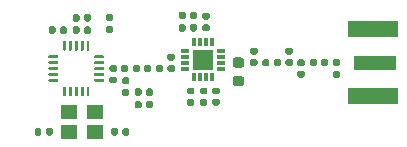
<source format=gbr>
%TF.GenerationSoftware,KiCad,Pcbnew,(5.1.6)-1*%
%TF.CreationDate,2020-08-23T21:25:53+02:00*%
%TF.ProjectId,nRF24module,6e524632-346d-46f6-9475-6c652e6b6963,1*%
%TF.SameCoordinates,Original*%
%TF.FileFunction,Paste,Top*%
%TF.FilePolarity,Positive*%
%FSLAX46Y46*%
G04 Gerber Fmt 4.6, Leading zero omitted, Abs format (unit mm)*
G04 Created by KiCad (PCBNEW (5.1.6)-1) date 2020-08-23 21:25:53*
%MOMM*%
%LPD*%
G01*
G04 APERTURE LIST*
%ADD10R,1.750000X1.750000*%
%ADD11R,0.300000X0.800000*%
%ADD12R,0.800000X0.300000*%
%ADD13R,1.400000X1.200000*%
%ADD14R,3.600000X1.270000*%
%ADD15R,4.200000X1.350000*%
G04 APERTURE END LIST*
%TO.C,R5*%
G36*
G01*
X144372500Y-104695000D02*
X144027500Y-104695000D01*
G75*
G02*
X143880000Y-104547500I0J147500D01*
G01*
X143880000Y-104252500D01*
G75*
G02*
X144027500Y-104105000I147500J0D01*
G01*
X144372500Y-104105000D01*
G75*
G02*
X144520000Y-104252500I0J-147500D01*
G01*
X144520000Y-104547500D01*
G75*
G02*
X144372500Y-104695000I-147500J0D01*
G01*
G37*
G36*
G01*
X144372500Y-105665000D02*
X144027500Y-105665000D01*
G75*
G02*
X143880000Y-105517500I0J147500D01*
G01*
X143880000Y-105222500D01*
G75*
G02*
X144027500Y-105075000I147500J0D01*
G01*
X144372500Y-105075000D01*
G75*
G02*
X144520000Y-105222500I0J-147500D01*
G01*
X144520000Y-105517500D01*
G75*
G02*
X144372500Y-105665000I-147500J0D01*
G01*
G37*
%TD*%
%TO.C,U1*%
G36*
G01*
X131237500Y-100912500D02*
X131237500Y-100212500D01*
G75*
G02*
X131300000Y-100150000I62500J0D01*
G01*
X131425000Y-100150000D01*
G75*
G02*
X131487500Y-100212500I0J-62500D01*
G01*
X131487500Y-100912500D01*
G75*
G02*
X131425000Y-100975000I-62500J0D01*
G01*
X131300000Y-100975000D01*
G75*
G02*
X131237500Y-100912500I0J62500D01*
G01*
G37*
G36*
G01*
X131737500Y-100912500D02*
X131737500Y-100212500D01*
G75*
G02*
X131800000Y-100150000I62500J0D01*
G01*
X131925000Y-100150000D01*
G75*
G02*
X131987500Y-100212500I0J-62500D01*
G01*
X131987500Y-100912500D01*
G75*
G02*
X131925000Y-100975000I-62500J0D01*
G01*
X131800000Y-100975000D01*
G75*
G02*
X131737500Y-100912500I0J62500D01*
G01*
G37*
G36*
G01*
X132237500Y-100912500D02*
X132237500Y-100212500D01*
G75*
G02*
X132300000Y-100150000I62500J0D01*
G01*
X132425000Y-100150000D01*
G75*
G02*
X132487500Y-100212500I0J-62500D01*
G01*
X132487500Y-100912500D01*
G75*
G02*
X132425000Y-100975000I-62500J0D01*
G01*
X132300000Y-100975000D01*
G75*
G02*
X132237500Y-100912500I0J62500D01*
G01*
G37*
G36*
G01*
X132737500Y-100912500D02*
X132737500Y-100212500D01*
G75*
G02*
X132800000Y-100150000I62500J0D01*
G01*
X132925000Y-100150000D01*
G75*
G02*
X132987500Y-100212500I0J-62500D01*
G01*
X132987500Y-100912500D01*
G75*
G02*
X132925000Y-100975000I-62500J0D01*
G01*
X132800000Y-100975000D01*
G75*
G02*
X132737500Y-100912500I0J62500D01*
G01*
G37*
G36*
G01*
X133237500Y-100912500D02*
X133237500Y-100212500D01*
G75*
G02*
X133300000Y-100150000I62500J0D01*
G01*
X133425000Y-100150000D01*
G75*
G02*
X133487500Y-100212500I0J-62500D01*
G01*
X133487500Y-100912500D01*
G75*
G02*
X133425000Y-100975000I-62500J0D01*
G01*
X133300000Y-100975000D01*
G75*
G02*
X133237500Y-100912500I0J62500D01*
G01*
G37*
G36*
G01*
X133887500Y-101562500D02*
X133887500Y-101437500D01*
G75*
G02*
X133950000Y-101375000I62500J0D01*
G01*
X134650000Y-101375000D01*
G75*
G02*
X134712500Y-101437500I0J-62500D01*
G01*
X134712500Y-101562500D01*
G75*
G02*
X134650000Y-101625000I-62500J0D01*
G01*
X133950000Y-101625000D01*
G75*
G02*
X133887500Y-101562500I0J62500D01*
G01*
G37*
G36*
G01*
X133887500Y-102062500D02*
X133887500Y-101937500D01*
G75*
G02*
X133950000Y-101875000I62500J0D01*
G01*
X134650000Y-101875000D01*
G75*
G02*
X134712500Y-101937500I0J-62500D01*
G01*
X134712500Y-102062500D01*
G75*
G02*
X134650000Y-102125000I-62500J0D01*
G01*
X133950000Y-102125000D01*
G75*
G02*
X133887500Y-102062500I0J62500D01*
G01*
G37*
G36*
G01*
X133887500Y-102562500D02*
X133887500Y-102437500D01*
G75*
G02*
X133950000Y-102375000I62500J0D01*
G01*
X134650000Y-102375000D01*
G75*
G02*
X134712500Y-102437500I0J-62500D01*
G01*
X134712500Y-102562500D01*
G75*
G02*
X134650000Y-102625000I-62500J0D01*
G01*
X133950000Y-102625000D01*
G75*
G02*
X133887500Y-102562500I0J62500D01*
G01*
G37*
G36*
G01*
X133887500Y-103062500D02*
X133887500Y-102937500D01*
G75*
G02*
X133950000Y-102875000I62500J0D01*
G01*
X134650000Y-102875000D01*
G75*
G02*
X134712500Y-102937500I0J-62500D01*
G01*
X134712500Y-103062500D01*
G75*
G02*
X134650000Y-103125000I-62500J0D01*
G01*
X133950000Y-103125000D01*
G75*
G02*
X133887500Y-103062500I0J62500D01*
G01*
G37*
G36*
G01*
X133887500Y-103562500D02*
X133887500Y-103437500D01*
G75*
G02*
X133950000Y-103375000I62500J0D01*
G01*
X134650000Y-103375000D01*
G75*
G02*
X134712500Y-103437500I0J-62500D01*
G01*
X134712500Y-103562500D01*
G75*
G02*
X134650000Y-103625000I-62500J0D01*
G01*
X133950000Y-103625000D01*
G75*
G02*
X133887500Y-103562500I0J62500D01*
G01*
G37*
G36*
G01*
X133237500Y-104787500D02*
X133237500Y-104087500D01*
G75*
G02*
X133300000Y-104025000I62500J0D01*
G01*
X133425000Y-104025000D01*
G75*
G02*
X133487500Y-104087500I0J-62500D01*
G01*
X133487500Y-104787500D01*
G75*
G02*
X133425000Y-104850000I-62500J0D01*
G01*
X133300000Y-104850000D01*
G75*
G02*
X133237500Y-104787500I0J62500D01*
G01*
G37*
G36*
G01*
X132737500Y-104787500D02*
X132737500Y-104087500D01*
G75*
G02*
X132800000Y-104025000I62500J0D01*
G01*
X132925000Y-104025000D01*
G75*
G02*
X132987500Y-104087500I0J-62500D01*
G01*
X132987500Y-104787500D01*
G75*
G02*
X132925000Y-104850000I-62500J0D01*
G01*
X132800000Y-104850000D01*
G75*
G02*
X132737500Y-104787500I0J62500D01*
G01*
G37*
G36*
G01*
X132237500Y-104787500D02*
X132237500Y-104087500D01*
G75*
G02*
X132300000Y-104025000I62500J0D01*
G01*
X132425000Y-104025000D01*
G75*
G02*
X132487500Y-104087500I0J-62500D01*
G01*
X132487500Y-104787500D01*
G75*
G02*
X132425000Y-104850000I-62500J0D01*
G01*
X132300000Y-104850000D01*
G75*
G02*
X132237500Y-104787500I0J62500D01*
G01*
G37*
G36*
G01*
X131737500Y-104787500D02*
X131737500Y-104087500D01*
G75*
G02*
X131800000Y-104025000I62500J0D01*
G01*
X131925000Y-104025000D01*
G75*
G02*
X131987500Y-104087500I0J-62500D01*
G01*
X131987500Y-104787500D01*
G75*
G02*
X131925000Y-104850000I-62500J0D01*
G01*
X131800000Y-104850000D01*
G75*
G02*
X131737500Y-104787500I0J62500D01*
G01*
G37*
G36*
G01*
X131237500Y-104787500D02*
X131237500Y-104087500D01*
G75*
G02*
X131300000Y-104025000I62500J0D01*
G01*
X131425000Y-104025000D01*
G75*
G02*
X131487500Y-104087500I0J-62500D01*
G01*
X131487500Y-104787500D01*
G75*
G02*
X131425000Y-104850000I-62500J0D01*
G01*
X131300000Y-104850000D01*
G75*
G02*
X131237500Y-104787500I0J62500D01*
G01*
G37*
G36*
G01*
X130012500Y-103562500D02*
X130012500Y-103437500D01*
G75*
G02*
X130075000Y-103375000I62500J0D01*
G01*
X130775000Y-103375000D01*
G75*
G02*
X130837500Y-103437500I0J-62500D01*
G01*
X130837500Y-103562500D01*
G75*
G02*
X130775000Y-103625000I-62500J0D01*
G01*
X130075000Y-103625000D01*
G75*
G02*
X130012500Y-103562500I0J62500D01*
G01*
G37*
G36*
G01*
X130012500Y-103062500D02*
X130012500Y-102937500D01*
G75*
G02*
X130075000Y-102875000I62500J0D01*
G01*
X130775000Y-102875000D01*
G75*
G02*
X130837500Y-102937500I0J-62500D01*
G01*
X130837500Y-103062500D01*
G75*
G02*
X130775000Y-103125000I-62500J0D01*
G01*
X130075000Y-103125000D01*
G75*
G02*
X130012500Y-103062500I0J62500D01*
G01*
G37*
G36*
G01*
X130012500Y-102562500D02*
X130012500Y-102437500D01*
G75*
G02*
X130075000Y-102375000I62500J0D01*
G01*
X130775000Y-102375000D01*
G75*
G02*
X130837500Y-102437500I0J-62500D01*
G01*
X130837500Y-102562500D01*
G75*
G02*
X130775000Y-102625000I-62500J0D01*
G01*
X130075000Y-102625000D01*
G75*
G02*
X130012500Y-102562500I0J62500D01*
G01*
G37*
G36*
G01*
X130012500Y-102062500D02*
X130012500Y-101937500D01*
G75*
G02*
X130075000Y-101875000I62500J0D01*
G01*
X130775000Y-101875000D01*
G75*
G02*
X130837500Y-101937500I0J-62500D01*
G01*
X130837500Y-102062500D01*
G75*
G02*
X130775000Y-102125000I-62500J0D01*
G01*
X130075000Y-102125000D01*
G75*
G02*
X130012500Y-102062500I0J62500D01*
G01*
G37*
G36*
G01*
X130012500Y-101562500D02*
X130012500Y-101437500D01*
G75*
G02*
X130075000Y-101375000I62500J0D01*
G01*
X130775000Y-101375000D01*
G75*
G02*
X130837500Y-101437500I0J-62500D01*
G01*
X130837500Y-101562500D01*
G75*
G02*
X130775000Y-101625000I-62500J0D01*
G01*
X130075000Y-101625000D01*
G75*
G02*
X130012500Y-101562500I0J62500D01*
G01*
G37*
%TD*%
D10*
%TO.C,U2*%
X143100000Y-101750000D03*
D11*
X142350000Y-100250000D03*
X142850000Y-100250000D03*
X143350000Y-100250000D03*
X143850000Y-100250000D03*
D12*
X144600000Y-101000000D03*
X144600000Y-101500000D03*
X144600000Y-102000000D03*
X144600000Y-102500000D03*
D11*
X143850000Y-103250000D03*
X143350000Y-103250000D03*
X142850000Y-103250000D03*
X142350000Y-103250000D03*
D12*
X141600000Y-102500000D03*
X141600000Y-102000000D03*
X141600000Y-101500000D03*
X141600000Y-101000000D03*
%TD*%
%TO.C,C11*%
G36*
G01*
X146356250Y-102437500D02*
X145843750Y-102437500D01*
G75*
G02*
X145625000Y-102218750I0J218750D01*
G01*
X145625000Y-101781250D01*
G75*
G02*
X145843750Y-101562500I218750J0D01*
G01*
X146356250Y-101562500D01*
G75*
G02*
X146575000Y-101781250I0J-218750D01*
G01*
X146575000Y-102218750D01*
G75*
G02*
X146356250Y-102437500I-218750J0D01*
G01*
G37*
G36*
G01*
X146356250Y-104012500D02*
X145843750Y-104012500D01*
G75*
G02*
X145625000Y-103793750I0J218750D01*
G01*
X145625000Y-103356250D01*
G75*
G02*
X145843750Y-103137500I218750J0D01*
G01*
X146356250Y-103137500D01*
G75*
G02*
X146575000Y-103356250I0J-218750D01*
G01*
X146575000Y-103793750D01*
G75*
G02*
X146356250Y-104012500I-218750J0D01*
G01*
G37*
%TD*%
D13*
%TO.C,X1*%
X131750000Y-106150000D03*
X133950000Y-106150000D03*
X133950000Y-107850000D03*
X131750000Y-107850000D03*
%TD*%
%TO.C,R4*%
G36*
G01*
X142222500Y-104695000D02*
X141877500Y-104695000D01*
G75*
G02*
X141730000Y-104547500I0J147500D01*
G01*
X141730000Y-104252500D01*
G75*
G02*
X141877500Y-104105000I147500J0D01*
G01*
X142222500Y-104105000D01*
G75*
G02*
X142370000Y-104252500I0J-147500D01*
G01*
X142370000Y-104547500D01*
G75*
G02*
X142222500Y-104695000I-147500J0D01*
G01*
G37*
G36*
G01*
X142222500Y-105665000D02*
X141877500Y-105665000D01*
G75*
G02*
X141730000Y-105517500I0J147500D01*
G01*
X141730000Y-105222500D01*
G75*
G02*
X141877500Y-105075000I147500J0D01*
G01*
X142222500Y-105075000D01*
G75*
G02*
X142370000Y-105222500I0J-147500D01*
G01*
X142370000Y-105517500D01*
G75*
G02*
X142222500Y-105665000I-147500J0D01*
G01*
G37*
%TD*%
%TO.C,R3*%
G36*
G01*
X143322500Y-104695000D02*
X142977500Y-104695000D01*
G75*
G02*
X142830000Y-104547500I0J147500D01*
G01*
X142830000Y-104252500D01*
G75*
G02*
X142977500Y-104105000I147500J0D01*
G01*
X143322500Y-104105000D01*
G75*
G02*
X143470000Y-104252500I0J-147500D01*
G01*
X143470000Y-104547500D01*
G75*
G02*
X143322500Y-104695000I-147500J0D01*
G01*
G37*
G36*
G01*
X143322500Y-105665000D02*
X142977500Y-105665000D01*
G75*
G02*
X142830000Y-105517500I0J147500D01*
G01*
X142830000Y-105222500D01*
G75*
G02*
X142977500Y-105075000I147500J0D01*
G01*
X143322500Y-105075000D01*
G75*
G02*
X143470000Y-105222500I0J-147500D01*
G01*
X143470000Y-105517500D01*
G75*
G02*
X143322500Y-105665000I-147500J0D01*
G01*
G37*
%TD*%
%TO.C,R2*%
G36*
G01*
X135352500Y-98495000D02*
X135007500Y-98495000D01*
G75*
G02*
X134860000Y-98347500I0J147500D01*
G01*
X134860000Y-98052500D01*
G75*
G02*
X135007500Y-97905000I147500J0D01*
G01*
X135352500Y-97905000D01*
G75*
G02*
X135500000Y-98052500I0J-147500D01*
G01*
X135500000Y-98347500D01*
G75*
G02*
X135352500Y-98495000I-147500J0D01*
G01*
G37*
G36*
G01*
X135352500Y-99465000D02*
X135007500Y-99465000D01*
G75*
G02*
X134860000Y-99317500I0J147500D01*
G01*
X134860000Y-99022500D01*
G75*
G02*
X135007500Y-98875000I147500J0D01*
G01*
X135352500Y-98875000D01*
G75*
G02*
X135500000Y-99022500I0J-147500D01*
G01*
X135500000Y-99317500D01*
G75*
G02*
X135352500Y-99465000I-147500J0D01*
G01*
G37*
%TD*%
%TO.C,L5*%
G36*
G01*
X153105000Y-102172500D02*
X153105000Y-101827500D01*
G75*
G02*
X153252500Y-101680000I147500J0D01*
G01*
X153547500Y-101680000D01*
G75*
G02*
X153695000Y-101827500I0J-147500D01*
G01*
X153695000Y-102172500D01*
G75*
G02*
X153547500Y-102320000I-147500J0D01*
G01*
X153252500Y-102320000D01*
G75*
G02*
X153105000Y-102172500I0J147500D01*
G01*
G37*
G36*
G01*
X152135000Y-102172500D02*
X152135000Y-101827500D01*
G75*
G02*
X152282500Y-101680000I147500J0D01*
G01*
X152577500Y-101680000D01*
G75*
G02*
X152725000Y-101827500I0J-147500D01*
G01*
X152725000Y-102172500D01*
G75*
G02*
X152577500Y-102320000I-147500J0D01*
G01*
X152282500Y-102320000D01*
G75*
G02*
X152135000Y-102172500I0J147500D01*
G01*
G37*
%TD*%
%TO.C,L4*%
G36*
G01*
X149105000Y-102172500D02*
X149105000Y-101827500D01*
G75*
G02*
X149252500Y-101680000I147500J0D01*
G01*
X149547500Y-101680000D01*
G75*
G02*
X149695000Y-101827500I0J-147500D01*
G01*
X149695000Y-102172500D01*
G75*
G02*
X149547500Y-102320000I-147500J0D01*
G01*
X149252500Y-102320000D01*
G75*
G02*
X149105000Y-102172500I0J147500D01*
G01*
G37*
G36*
G01*
X148135000Y-102172500D02*
X148135000Y-101827500D01*
G75*
G02*
X148282500Y-101680000I147500J0D01*
G01*
X148577500Y-101680000D01*
G75*
G02*
X148725000Y-101827500I0J-147500D01*
G01*
X148725000Y-102172500D01*
G75*
G02*
X148577500Y-102320000I-147500J0D01*
G01*
X148282500Y-102320000D01*
G75*
G02*
X148135000Y-102172500I0J147500D01*
G01*
G37*
%TD*%
%TO.C,L3*%
G36*
G01*
X137155000Y-102672500D02*
X137155000Y-102327500D01*
G75*
G02*
X137302500Y-102180000I147500J0D01*
G01*
X137597500Y-102180000D01*
G75*
G02*
X137745000Y-102327500I0J-147500D01*
G01*
X137745000Y-102672500D01*
G75*
G02*
X137597500Y-102820000I-147500J0D01*
G01*
X137302500Y-102820000D01*
G75*
G02*
X137155000Y-102672500I0J147500D01*
G01*
G37*
G36*
G01*
X136185000Y-102672500D02*
X136185000Y-102327500D01*
G75*
G02*
X136332500Y-102180000I147500J0D01*
G01*
X136627500Y-102180000D01*
G75*
G02*
X136775000Y-102327500I0J-147500D01*
G01*
X136775000Y-102672500D01*
G75*
G02*
X136627500Y-102820000I-147500J0D01*
G01*
X136332500Y-102820000D01*
G75*
G02*
X136185000Y-102672500I0J147500D01*
G01*
G37*
%TD*%
%TO.C,L2*%
G36*
G01*
X136377500Y-104225000D02*
X136722500Y-104225000D01*
G75*
G02*
X136870000Y-104372500I0J-147500D01*
G01*
X136870000Y-104667500D01*
G75*
G02*
X136722500Y-104815000I-147500J0D01*
G01*
X136377500Y-104815000D01*
G75*
G02*
X136230000Y-104667500I0J147500D01*
G01*
X136230000Y-104372500D01*
G75*
G02*
X136377500Y-104225000I147500J0D01*
G01*
G37*
G36*
G01*
X136377500Y-103255000D02*
X136722500Y-103255000D01*
G75*
G02*
X136870000Y-103402500I0J-147500D01*
G01*
X136870000Y-103697500D01*
G75*
G02*
X136722500Y-103845000I-147500J0D01*
G01*
X136377500Y-103845000D01*
G75*
G02*
X136230000Y-103697500I0J147500D01*
G01*
X136230000Y-103402500D01*
G75*
G02*
X136377500Y-103255000I147500J0D01*
G01*
G37*
%TD*%
%TO.C,L1*%
G36*
G01*
X135672500Y-102795000D02*
X135327500Y-102795000D01*
G75*
G02*
X135180000Y-102647500I0J147500D01*
G01*
X135180000Y-102352500D01*
G75*
G02*
X135327500Y-102205000I147500J0D01*
G01*
X135672500Y-102205000D01*
G75*
G02*
X135820000Y-102352500I0J-147500D01*
G01*
X135820000Y-102647500D01*
G75*
G02*
X135672500Y-102795000I-147500J0D01*
G01*
G37*
G36*
G01*
X135672500Y-103765000D02*
X135327500Y-103765000D01*
G75*
G02*
X135180000Y-103617500I0J147500D01*
G01*
X135180000Y-103322500D01*
G75*
G02*
X135327500Y-103175000I147500J0D01*
G01*
X135672500Y-103175000D01*
G75*
G02*
X135820000Y-103322500I0J-147500D01*
G01*
X135820000Y-103617500D01*
G75*
G02*
X135672500Y-103765000I-147500J0D01*
G01*
G37*
%TD*%
D14*
%TO.C,J1*%
X157700000Y-102000000D03*
D15*
X157500000Y-99175000D03*
X157500000Y-104825000D03*
%TD*%
%TO.C,C18*%
G36*
G01*
X142005000Y-99222500D02*
X142005000Y-98877500D01*
G75*
G02*
X142152500Y-98730000I147500J0D01*
G01*
X142447500Y-98730000D01*
G75*
G02*
X142595000Y-98877500I0J-147500D01*
G01*
X142595000Y-99222500D01*
G75*
G02*
X142447500Y-99370000I-147500J0D01*
G01*
X142152500Y-99370000D01*
G75*
G02*
X142005000Y-99222500I0J147500D01*
G01*
G37*
G36*
G01*
X141035000Y-99222500D02*
X141035000Y-98877500D01*
G75*
G02*
X141182500Y-98730000I147500J0D01*
G01*
X141477500Y-98730000D01*
G75*
G02*
X141625000Y-98877500I0J-147500D01*
G01*
X141625000Y-99222500D01*
G75*
G02*
X141477500Y-99370000I-147500J0D01*
G01*
X141182500Y-99370000D01*
G75*
G02*
X141035000Y-99222500I0J147500D01*
G01*
G37*
%TD*%
%TO.C,C17*%
G36*
G01*
X142005000Y-98172500D02*
X142005000Y-97827500D01*
G75*
G02*
X142152500Y-97680000I147500J0D01*
G01*
X142447500Y-97680000D01*
G75*
G02*
X142595000Y-97827500I0J-147500D01*
G01*
X142595000Y-98172500D01*
G75*
G02*
X142447500Y-98320000I-147500J0D01*
G01*
X142152500Y-98320000D01*
G75*
G02*
X142005000Y-98172500I0J147500D01*
G01*
G37*
G36*
G01*
X141035000Y-98172500D02*
X141035000Y-97827500D01*
G75*
G02*
X141182500Y-97680000I147500J0D01*
G01*
X141477500Y-97680000D01*
G75*
G02*
X141625000Y-97827500I0J-147500D01*
G01*
X141625000Y-98172500D01*
G75*
G02*
X141477500Y-98320000I-147500J0D01*
G01*
X141182500Y-98320000D01*
G75*
G02*
X141035000Y-98172500I0J147500D01*
G01*
G37*
%TD*%
%TO.C,C16*%
G36*
G01*
X143177500Y-98755000D02*
X143522500Y-98755000D01*
G75*
G02*
X143670000Y-98902500I0J-147500D01*
G01*
X143670000Y-99197500D01*
G75*
G02*
X143522500Y-99345000I-147500J0D01*
G01*
X143177500Y-99345000D01*
G75*
G02*
X143030000Y-99197500I0J147500D01*
G01*
X143030000Y-98902500D01*
G75*
G02*
X143177500Y-98755000I147500J0D01*
G01*
G37*
G36*
G01*
X143177500Y-97785000D02*
X143522500Y-97785000D01*
G75*
G02*
X143670000Y-97932500I0J-147500D01*
G01*
X143670000Y-98227500D01*
G75*
G02*
X143522500Y-98375000I-147500J0D01*
G01*
X143177500Y-98375000D01*
G75*
G02*
X143030000Y-98227500I0J147500D01*
G01*
X143030000Y-97932500D01*
G75*
G02*
X143177500Y-97785000I147500J0D01*
G01*
G37*
%TD*%
%TO.C,C15*%
G36*
G01*
X154572500Y-102295000D02*
X154227500Y-102295000D01*
G75*
G02*
X154080000Y-102147500I0J147500D01*
G01*
X154080000Y-101852500D01*
G75*
G02*
X154227500Y-101705000I147500J0D01*
G01*
X154572500Y-101705000D01*
G75*
G02*
X154720000Y-101852500I0J-147500D01*
G01*
X154720000Y-102147500D01*
G75*
G02*
X154572500Y-102295000I-147500J0D01*
G01*
G37*
G36*
G01*
X154572500Y-103265000D02*
X154227500Y-103265000D01*
G75*
G02*
X154080000Y-103117500I0J147500D01*
G01*
X154080000Y-102822500D01*
G75*
G02*
X154227500Y-102675000I147500J0D01*
G01*
X154572500Y-102675000D01*
G75*
G02*
X154720000Y-102822500I0J-147500D01*
G01*
X154720000Y-103117500D01*
G75*
G02*
X154572500Y-103265000I-147500J0D01*
G01*
G37*
%TD*%
%TO.C,C14*%
G36*
G01*
X151572500Y-102295000D02*
X151227500Y-102295000D01*
G75*
G02*
X151080000Y-102147500I0J147500D01*
G01*
X151080000Y-101852500D01*
G75*
G02*
X151227500Y-101705000I147500J0D01*
G01*
X151572500Y-101705000D01*
G75*
G02*
X151720000Y-101852500I0J-147500D01*
G01*
X151720000Y-102147500D01*
G75*
G02*
X151572500Y-102295000I-147500J0D01*
G01*
G37*
G36*
G01*
X151572500Y-103265000D02*
X151227500Y-103265000D01*
G75*
G02*
X151080000Y-103117500I0J147500D01*
G01*
X151080000Y-102822500D01*
G75*
G02*
X151227500Y-102675000I147500J0D01*
G01*
X151572500Y-102675000D01*
G75*
G02*
X151720000Y-102822500I0J-147500D01*
G01*
X151720000Y-103117500D01*
G75*
G02*
X151572500Y-103265000I-147500J0D01*
G01*
G37*
%TD*%
%TO.C,C13*%
G36*
G01*
X150227500Y-101705000D02*
X150572500Y-101705000D01*
G75*
G02*
X150720000Y-101852500I0J-147500D01*
G01*
X150720000Y-102147500D01*
G75*
G02*
X150572500Y-102295000I-147500J0D01*
G01*
X150227500Y-102295000D01*
G75*
G02*
X150080000Y-102147500I0J147500D01*
G01*
X150080000Y-101852500D01*
G75*
G02*
X150227500Y-101705000I147500J0D01*
G01*
G37*
G36*
G01*
X150227500Y-100735000D02*
X150572500Y-100735000D01*
G75*
G02*
X150720000Y-100882500I0J-147500D01*
G01*
X150720000Y-101177500D01*
G75*
G02*
X150572500Y-101325000I-147500J0D01*
G01*
X150227500Y-101325000D01*
G75*
G02*
X150080000Y-101177500I0J147500D01*
G01*
X150080000Y-100882500D01*
G75*
G02*
X150227500Y-100735000I147500J0D01*
G01*
G37*
%TD*%
%TO.C,C12*%
G36*
G01*
X147227500Y-101705000D02*
X147572500Y-101705000D01*
G75*
G02*
X147720000Y-101852500I0J-147500D01*
G01*
X147720000Y-102147500D01*
G75*
G02*
X147572500Y-102295000I-147500J0D01*
G01*
X147227500Y-102295000D01*
G75*
G02*
X147080000Y-102147500I0J147500D01*
G01*
X147080000Y-101852500D01*
G75*
G02*
X147227500Y-101705000I147500J0D01*
G01*
G37*
G36*
G01*
X147227500Y-100735000D02*
X147572500Y-100735000D01*
G75*
G02*
X147720000Y-100882500I0J-147500D01*
G01*
X147720000Y-101177500D01*
G75*
G02*
X147572500Y-101325000I-147500J0D01*
G01*
X147227500Y-101325000D01*
G75*
G02*
X147080000Y-101177500I0J147500D01*
G01*
X147080000Y-100882500D01*
G75*
G02*
X147227500Y-100735000I147500J0D01*
G01*
G37*
%TD*%
%TO.C,C9*%
G36*
G01*
X133025000Y-98372500D02*
X133025000Y-98027500D01*
G75*
G02*
X133172500Y-97880000I147500J0D01*
G01*
X133467500Y-97880000D01*
G75*
G02*
X133615000Y-98027500I0J-147500D01*
G01*
X133615000Y-98372500D01*
G75*
G02*
X133467500Y-98520000I-147500J0D01*
G01*
X133172500Y-98520000D01*
G75*
G02*
X133025000Y-98372500I0J147500D01*
G01*
G37*
G36*
G01*
X132055000Y-98372500D02*
X132055000Y-98027500D01*
G75*
G02*
X132202500Y-97880000I147500J0D01*
G01*
X132497500Y-97880000D01*
G75*
G02*
X132645000Y-98027500I0J-147500D01*
G01*
X132645000Y-98372500D01*
G75*
G02*
X132497500Y-98520000I-147500J0D01*
G01*
X132202500Y-98520000D01*
G75*
G02*
X132055000Y-98372500I0J147500D01*
G01*
G37*
%TD*%
%TO.C,C8*%
G36*
G01*
X133025000Y-99422500D02*
X133025000Y-99077500D01*
G75*
G02*
X133172500Y-98930000I147500J0D01*
G01*
X133467500Y-98930000D01*
G75*
G02*
X133615000Y-99077500I0J-147500D01*
G01*
X133615000Y-99422500D01*
G75*
G02*
X133467500Y-99570000I-147500J0D01*
G01*
X133172500Y-99570000D01*
G75*
G02*
X133025000Y-99422500I0J147500D01*
G01*
G37*
G36*
G01*
X132055000Y-99422500D02*
X132055000Y-99077500D01*
G75*
G02*
X132202500Y-98930000I147500J0D01*
G01*
X132497500Y-98930000D01*
G75*
G02*
X132645000Y-99077500I0J-147500D01*
G01*
X132645000Y-99422500D01*
G75*
G02*
X132497500Y-99570000I-147500J0D01*
G01*
X132202500Y-99570000D01*
G75*
G02*
X132055000Y-99422500I0J147500D01*
G01*
G37*
%TD*%
%TO.C,C7*%
G36*
G01*
X130625000Y-99077500D02*
X130625000Y-99422500D01*
G75*
G02*
X130477500Y-99570000I-147500J0D01*
G01*
X130182500Y-99570000D01*
G75*
G02*
X130035000Y-99422500I0J147500D01*
G01*
X130035000Y-99077500D01*
G75*
G02*
X130182500Y-98930000I147500J0D01*
G01*
X130477500Y-98930000D01*
G75*
G02*
X130625000Y-99077500I0J-147500D01*
G01*
G37*
G36*
G01*
X131595000Y-99077500D02*
X131595000Y-99422500D01*
G75*
G02*
X131447500Y-99570000I-147500J0D01*
G01*
X131152500Y-99570000D01*
G75*
G02*
X131005000Y-99422500I0J147500D01*
G01*
X131005000Y-99077500D01*
G75*
G02*
X131152500Y-98930000I147500J0D01*
G01*
X131447500Y-98930000D01*
G75*
G02*
X131595000Y-99077500I0J-147500D01*
G01*
G37*
%TD*%
%TO.C,C6*%
G36*
G01*
X140227500Y-102205000D02*
X140572500Y-102205000D01*
G75*
G02*
X140720000Y-102352500I0J-147500D01*
G01*
X140720000Y-102647500D01*
G75*
G02*
X140572500Y-102795000I-147500J0D01*
G01*
X140227500Y-102795000D01*
G75*
G02*
X140080000Y-102647500I0J147500D01*
G01*
X140080000Y-102352500D01*
G75*
G02*
X140227500Y-102205000I147500J0D01*
G01*
G37*
G36*
G01*
X140227500Y-101235000D02*
X140572500Y-101235000D01*
G75*
G02*
X140720000Y-101382500I0J-147500D01*
G01*
X140720000Y-101677500D01*
G75*
G02*
X140572500Y-101825000I-147500J0D01*
G01*
X140227500Y-101825000D01*
G75*
G02*
X140080000Y-101677500I0J147500D01*
G01*
X140080000Y-101382500D01*
G75*
G02*
X140227500Y-101235000I147500J0D01*
G01*
G37*
%TD*%
%TO.C,C5*%
G36*
G01*
X138725000Y-102327500D02*
X138725000Y-102672500D01*
G75*
G02*
X138577500Y-102820000I-147500J0D01*
G01*
X138282500Y-102820000D01*
G75*
G02*
X138135000Y-102672500I0J147500D01*
G01*
X138135000Y-102327500D01*
G75*
G02*
X138282500Y-102180000I147500J0D01*
G01*
X138577500Y-102180000D01*
G75*
G02*
X138725000Y-102327500I0J-147500D01*
G01*
G37*
G36*
G01*
X139695000Y-102327500D02*
X139695000Y-102672500D01*
G75*
G02*
X139547500Y-102820000I-147500J0D01*
G01*
X139252500Y-102820000D01*
G75*
G02*
X139105000Y-102672500I0J147500D01*
G01*
X139105000Y-102327500D01*
G75*
G02*
X139252500Y-102180000I147500J0D01*
G01*
X139547500Y-102180000D01*
G75*
G02*
X139695000Y-102327500I0J-147500D01*
G01*
G37*
%TD*%
%TO.C,C4*%
G36*
G01*
X137895000Y-105377500D02*
X137895000Y-105722500D01*
G75*
G02*
X137747500Y-105870000I-147500J0D01*
G01*
X137452500Y-105870000D01*
G75*
G02*
X137305000Y-105722500I0J147500D01*
G01*
X137305000Y-105377500D01*
G75*
G02*
X137452500Y-105230000I147500J0D01*
G01*
X137747500Y-105230000D01*
G75*
G02*
X137895000Y-105377500I0J-147500D01*
G01*
G37*
G36*
G01*
X138865000Y-105377500D02*
X138865000Y-105722500D01*
G75*
G02*
X138717500Y-105870000I-147500J0D01*
G01*
X138422500Y-105870000D01*
G75*
G02*
X138275000Y-105722500I0J147500D01*
G01*
X138275000Y-105377500D01*
G75*
G02*
X138422500Y-105230000I147500J0D01*
G01*
X138717500Y-105230000D01*
G75*
G02*
X138865000Y-105377500I0J-147500D01*
G01*
G37*
%TD*%
%TO.C,C3*%
G36*
G01*
X137895000Y-104327500D02*
X137895000Y-104672500D01*
G75*
G02*
X137747500Y-104820000I-147500J0D01*
G01*
X137452500Y-104820000D01*
G75*
G02*
X137305000Y-104672500I0J147500D01*
G01*
X137305000Y-104327500D01*
G75*
G02*
X137452500Y-104180000I147500J0D01*
G01*
X137747500Y-104180000D01*
G75*
G02*
X137895000Y-104327500I0J-147500D01*
G01*
G37*
G36*
G01*
X138865000Y-104327500D02*
X138865000Y-104672500D01*
G75*
G02*
X138717500Y-104820000I-147500J0D01*
G01*
X138422500Y-104820000D01*
G75*
G02*
X138275000Y-104672500I0J147500D01*
G01*
X138275000Y-104327500D01*
G75*
G02*
X138422500Y-104180000I147500J0D01*
G01*
X138717500Y-104180000D01*
G75*
G02*
X138865000Y-104327500I0J-147500D01*
G01*
G37*
%TD*%
%TO.C,C2*%
G36*
G01*
X129805000Y-108022500D02*
X129805000Y-107677500D01*
G75*
G02*
X129952500Y-107530000I147500J0D01*
G01*
X130247500Y-107530000D01*
G75*
G02*
X130395000Y-107677500I0J-147500D01*
G01*
X130395000Y-108022500D01*
G75*
G02*
X130247500Y-108170000I-147500J0D01*
G01*
X129952500Y-108170000D01*
G75*
G02*
X129805000Y-108022500I0J147500D01*
G01*
G37*
G36*
G01*
X128835000Y-108022500D02*
X128835000Y-107677500D01*
G75*
G02*
X128982500Y-107530000I147500J0D01*
G01*
X129277500Y-107530000D01*
G75*
G02*
X129425000Y-107677500I0J-147500D01*
G01*
X129425000Y-108022500D01*
G75*
G02*
X129277500Y-108170000I-147500J0D01*
G01*
X128982500Y-108170000D01*
G75*
G02*
X128835000Y-108022500I0J147500D01*
G01*
G37*
%TD*%
%TO.C,C1*%
G36*
G01*
X135895000Y-107677500D02*
X135895000Y-108022500D01*
G75*
G02*
X135747500Y-108170000I-147500J0D01*
G01*
X135452500Y-108170000D01*
G75*
G02*
X135305000Y-108022500I0J147500D01*
G01*
X135305000Y-107677500D01*
G75*
G02*
X135452500Y-107530000I147500J0D01*
G01*
X135747500Y-107530000D01*
G75*
G02*
X135895000Y-107677500I0J-147500D01*
G01*
G37*
G36*
G01*
X136865000Y-107677500D02*
X136865000Y-108022500D01*
G75*
G02*
X136717500Y-108170000I-147500J0D01*
G01*
X136422500Y-108170000D01*
G75*
G02*
X136275000Y-108022500I0J147500D01*
G01*
X136275000Y-107677500D01*
G75*
G02*
X136422500Y-107530000I147500J0D01*
G01*
X136717500Y-107530000D01*
G75*
G02*
X136865000Y-107677500I0J-147500D01*
G01*
G37*
%TD*%
M02*

</source>
